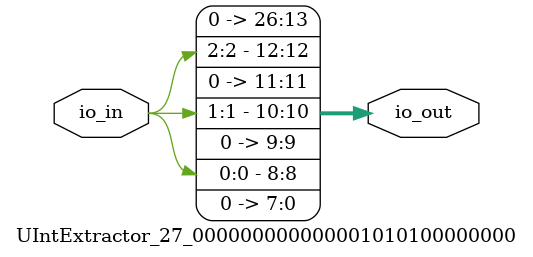
<source format=sv>
`ifndef RANDOMIZE
  `ifdef RANDOMIZE_MEM_INIT
    `define RANDOMIZE
  `endif // RANDOMIZE_MEM_INIT
`endif // not def RANDOMIZE
`ifndef RANDOMIZE
  `ifdef RANDOMIZE_REG_INIT
    `define RANDOMIZE
  `endif // RANDOMIZE_REG_INIT
`endif // not def RANDOMIZE

`ifndef RANDOM
  `define RANDOM $random
`endif // not def RANDOM

// Users can define INIT_RANDOM as general code that gets injected into the
// initializer block for modules with registers.
`ifndef INIT_RANDOM
  `define INIT_RANDOM
`endif // not def INIT_RANDOM

// If using random initialization, you can also define RANDOMIZE_DELAY to
// customize the delay used, otherwise 0.002 is used.
`ifndef RANDOMIZE_DELAY
  `define RANDOMIZE_DELAY 0.002
`endif // not def RANDOMIZE_DELAY

// Define INIT_RANDOM_PROLOG_ for use in our modules below.
`ifndef INIT_RANDOM_PROLOG_
  `ifdef RANDOMIZE
    `ifdef VERILATOR
      `define INIT_RANDOM_PROLOG_ `INIT_RANDOM
    `else  // VERILATOR
      `define INIT_RANDOM_PROLOG_ `INIT_RANDOM #`RANDOMIZE_DELAY begin end
    `endif // VERILATOR
  `else  // RANDOMIZE
    `define INIT_RANDOM_PROLOG_
  `endif // RANDOMIZE
`endif // not def INIT_RANDOM_PROLOG_

// Include register initializers in init blocks unless synthesis is set
`ifndef SYNTHESIS
  `ifndef ENABLE_INITIAL_REG_
    `define ENABLE_INITIAL_REG_
  `endif // not def ENABLE_INITIAL_REG_
`endif // not def SYNTHESIS

// Include rmemory initializers in init blocks unless synthesis is set
`ifndef SYNTHESIS
  `ifndef ENABLE_INITIAL_MEM_
    `define ENABLE_INITIAL_MEM_
  `endif // not def ENABLE_INITIAL_MEM_
`endif // not def SYNTHESIS

module UIntExtractor_27_000000000000001010100000000(
  input  [2:0]  io_in,
  output [26:0] io_out
);

  assign io_out = {14'h0, io_in[2], 1'h0, io_in[1], 1'h0, io_in[0], 8'h0};
endmodule


</source>
